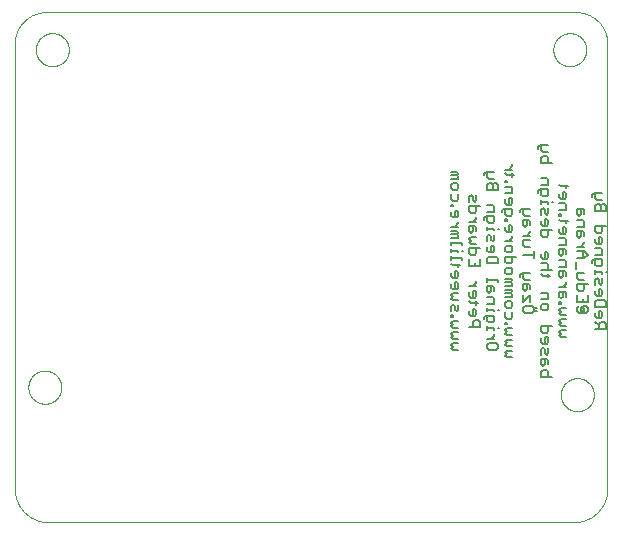
<source format=gbo>
G75*
%MOIN*%
%OFA0B0*%
%FSLAX25Y25*%
%IPPOS*%
%LPD*%
%AMOC8*
5,1,8,0,0,1.08239X$1,22.5*
%
%ADD10C,0.00600*%
%ADD11C,0.00000*%
D10*
X0146550Y0058981D02*
X0147117Y0058414D01*
X0148819Y0058414D01*
X0147117Y0059548D02*
X0146550Y0060115D01*
X0147117Y0060683D01*
X0148819Y0060683D01*
X0148819Y0062097D02*
X0147117Y0062097D01*
X0146550Y0062664D01*
X0147117Y0063231D01*
X0146550Y0063799D01*
X0147117Y0064366D01*
X0148819Y0064366D01*
X0148819Y0065780D02*
X0147117Y0065780D01*
X0146550Y0066347D01*
X0147117Y0066915D01*
X0146550Y0067482D01*
X0147117Y0068049D01*
X0148819Y0068049D01*
X0147117Y0069463D02*
X0147117Y0070031D01*
X0146550Y0070031D01*
X0146550Y0069463D01*
X0147117Y0069463D01*
X0146550Y0071305D02*
X0146550Y0073006D01*
X0147117Y0073574D01*
X0147684Y0073006D01*
X0147684Y0071872D01*
X0148251Y0071305D01*
X0148819Y0071872D01*
X0148819Y0073574D01*
X0148819Y0074988D02*
X0147117Y0074988D01*
X0146550Y0075555D01*
X0147117Y0076122D01*
X0146550Y0076690D01*
X0147117Y0077257D01*
X0148819Y0077257D01*
X0148251Y0078671D02*
X0148819Y0079238D01*
X0148819Y0080373D01*
X0148251Y0080940D01*
X0147684Y0080940D01*
X0147684Y0078671D01*
X0147117Y0078671D02*
X0148251Y0078671D01*
X0147117Y0078671D02*
X0146550Y0079238D01*
X0146550Y0080373D01*
X0147117Y0082354D02*
X0148251Y0082354D01*
X0148819Y0082922D01*
X0148819Y0084056D01*
X0148251Y0084623D01*
X0147684Y0084623D01*
X0147684Y0082354D01*
X0147117Y0082354D02*
X0146550Y0082922D01*
X0146550Y0084056D01*
X0148819Y0086038D02*
X0148819Y0087172D01*
X0149386Y0086605D02*
X0147117Y0086605D01*
X0146550Y0087172D01*
X0146550Y0088493D02*
X0146550Y0089627D01*
X0146550Y0089060D02*
X0149953Y0089060D01*
X0149953Y0088493D01*
X0148819Y0090948D02*
X0148819Y0091516D01*
X0146550Y0091516D01*
X0146550Y0092083D02*
X0146550Y0090948D01*
X0149953Y0091516D02*
X0150520Y0091516D01*
X0152550Y0092296D02*
X0152550Y0090595D01*
X0153117Y0090028D01*
X0154251Y0090028D01*
X0154819Y0090595D01*
X0154819Y0092296D01*
X0155953Y0092296D02*
X0152550Y0092296D01*
X0153117Y0093711D02*
X0152550Y0094278D01*
X0153117Y0094845D01*
X0152550Y0095412D01*
X0153117Y0095979D01*
X0154819Y0095979D01*
X0154819Y0097961D02*
X0154819Y0099095D01*
X0154251Y0099663D01*
X0152550Y0099663D01*
X0152550Y0097961D01*
X0153117Y0097394D01*
X0153684Y0097961D01*
X0153684Y0099663D01*
X0153684Y0101077D02*
X0154819Y0102211D01*
X0154819Y0102779D01*
X0154251Y0104146D02*
X0154819Y0104714D01*
X0154819Y0106415D01*
X0155953Y0106415D02*
X0152550Y0106415D01*
X0152550Y0104714D01*
X0153117Y0104146D01*
X0154251Y0104146D01*
X0154819Y0101077D02*
X0152550Y0101077D01*
X0148819Y0101244D02*
X0148819Y0100677D01*
X0147684Y0099542D01*
X0146550Y0099542D02*
X0148819Y0099542D01*
X0148251Y0098128D02*
X0146550Y0098128D01*
X0146550Y0096994D02*
X0148251Y0096994D01*
X0148819Y0097561D01*
X0148251Y0098128D01*
X0148251Y0096994D02*
X0148819Y0096426D01*
X0148819Y0095859D01*
X0146550Y0095859D01*
X0146550Y0094538D02*
X0146550Y0093404D01*
X0146550Y0093971D02*
X0149953Y0093971D01*
X0149953Y0093404D01*
X0153117Y0093711D02*
X0154819Y0093711D01*
X0158550Y0094632D02*
X0158550Y0096333D01*
X0159117Y0096900D01*
X0159684Y0096333D01*
X0159684Y0095199D01*
X0160251Y0094632D01*
X0160819Y0095199D01*
X0160819Y0096900D01*
X0160819Y0098315D02*
X0160819Y0098882D01*
X0158550Y0098882D01*
X0158550Y0098315D02*
X0158550Y0099449D01*
X0159117Y0100770D02*
X0158550Y0101337D01*
X0158550Y0103039D01*
X0157983Y0103039D02*
X0160819Y0103039D01*
X0160819Y0101337D01*
X0160251Y0100770D01*
X0159117Y0100770D01*
X0157416Y0101904D02*
X0157416Y0102472D01*
X0157983Y0103039D01*
X0158550Y0104453D02*
X0160819Y0104453D01*
X0160819Y0106155D01*
X0160251Y0106722D01*
X0158550Y0106722D01*
X0154819Y0108397D02*
X0154819Y0110098D01*
X0153684Y0109531D02*
X0153684Y0108397D01*
X0154251Y0107830D01*
X0154819Y0108397D01*
X0153684Y0109531D02*
X0153117Y0110098D01*
X0152550Y0109531D01*
X0152550Y0107830D01*
X0148819Y0108704D02*
X0148251Y0108136D01*
X0147117Y0108136D01*
X0146550Y0108704D01*
X0146550Y0110405D01*
X0147117Y0111820D02*
X0146550Y0112387D01*
X0146550Y0113521D01*
X0147117Y0114088D01*
X0148251Y0114088D01*
X0148819Y0113521D01*
X0148819Y0112387D01*
X0148251Y0111820D01*
X0147117Y0111820D01*
X0148819Y0110405D02*
X0148819Y0108704D01*
X0147117Y0106862D02*
X0146550Y0106862D01*
X0146550Y0106295D01*
X0147117Y0106295D01*
X0147117Y0106862D01*
X0147684Y0104880D02*
X0147684Y0102612D01*
X0147117Y0102612D02*
X0148251Y0102612D01*
X0148819Y0103179D01*
X0148819Y0104313D01*
X0148251Y0104880D01*
X0147684Y0104880D01*
X0146550Y0104313D02*
X0146550Y0103179D01*
X0147117Y0102612D01*
X0158550Y0111820D02*
X0158550Y0113521D01*
X0159117Y0114088D01*
X0159684Y0114088D01*
X0160251Y0113521D01*
X0160251Y0111820D01*
X0158550Y0111820D02*
X0161953Y0111820D01*
X0161953Y0113521D01*
X0161386Y0114088D01*
X0160819Y0114088D01*
X0160251Y0113521D01*
X0160819Y0115503D02*
X0159117Y0115503D01*
X0158550Y0116070D01*
X0158550Y0117771D01*
X0157983Y0117771D02*
X0157416Y0117204D01*
X0157416Y0116637D01*
X0157983Y0117771D02*
X0160819Y0117771D01*
X0164550Y0117251D02*
X0165117Y0116684D01*
X0167386Y0116684D01*
X0166819Y0116117D02*
X0166819Y0117251D01*
X0166819Y0118572D02*
X0164550Y0118572D01*
X0165684Y0118572D02*
X0166819Y0119706D01*
X0166819Y0120273D01*
X0165117Y0114842D02*
X0164550Y0114842D01*
X0164550Y0114275D01*
X0165117Y0114275D01*
X0165117Y0114842D01*
X0164550Y0112861D02*
X0166251Y0112861D01*
X0166819Y0112293D01*
X0166819Y0110592D01*
X0164550Y0110592D01*
X0165684Y0109177D02*
X0165684Y0106909D01*
X0165117Y0106909D02*
X0166251Y0106909D01*
X0166819Y0107476D01*
X0166819Y0108610D01*
X0166251Y0109177D01*
X0165684Y0109177D01*
X0164550Y0108610D02*
X0164550Y0107476D01*
X0165117Y0106909D01*
X0164550Y0105494D02*
X0164550Y0103793D01*
X0165117Y0103226D01*
X0166251Y0103226D01*
X0166819Y0103793D01*
X0166819Y0105494D01*
X0163983Y0105494D01*
X0163416Y0104927D01*
X0163416Y0104360D01*
X0164550Y0101951D02*
X0164550Y0101384D01*
X0165117Y0101384D01*
X0165117Y0101951D01*
X0164550Y0101951D01*
X0165684Y0099970D02*
X0165684Y0097701D01*
X0165117Y0097701D02*
X0166251Y0097701D01*
X0166819Y0098268D01*
X0166819Y0099402D01*
X0166251Y0099970D01*
X0165684Y0099970D01*
X0164550Y0099402D02*
X0164550Y0098268D01*
X0165117Y0097701D01*
X0166819Y0096333D02*
X0166819Y0095766D01*
X0165684Y0094632D01*
X0164550Y0094632D02*
X0166819Y0094632D01*
X0166251Y0093217D02*
X0166819Y0092650D01*
X0166819Y0091516D01*
X0166251Y0090948D01*
X0165117Y0090948D01*
X0164550Y0091516D01*
X0164550Y0092650D01*
X0165117Y0093217D01*
X0166251Y0093217D01*
X0166819Y0089534D02*
X0166819Y0087832D01*
X0166251Y0087265D01*
X0165117Y0087265D01*
X0164550Y0087832D01*
X0164550Y0089534D01*
X0167953Y0089534D01*
X0170550Y0090241D02*
X0173953Y0090241D01*
X0173953Y0089107D02*
X0173953Y0091376D01*
X0172819Y0092790D02*
X0171117Y0092790D01*
X0170550Y0093357D01*
X0170550Y0095059D01*
X0172819Y0095059D01*
X0172819Y0096473D02*
X0170550Y0096473D01*
X0171684Y0096473D02*
X0172819Y0097608D01*
X0172819Y0098175D01*
X0172819Y0100110D02*
X0172819Y0101244D01*
X0172251Y0101811D01*
X0170550Y0101811D01*
X0170550Y0100110D01*
X0171117Y0099542D01*
X0171684Y0100110D01*
X0171684Y0101811D01*
X0171117Y0103226D02*
X0170550Y0103793D01*
X0170550Y0105494D01*
X0169983Y0105494D02*
X0169416Y0104927D01*
X0169416Y0104360D01*
X0169983Y0105494D02*
X0172819Y0105494D01*
X0176550Y0105234D02*
X0177117Y0105801D01*
X0177684Y0105234D01*
X0177684Y0104100D01*
X0178251Y0103533D01*
X0178819Y0104100D01*
X0178819Y0105801D01*
X0178819Y0107216D02*
X0178819Y0107783D01*
X0176550Y0107783D01*
X0176550Y0107216D02*
X0176550Y0108350D01*
X0177117Y0109671D02*
X0176550Y0110238D01*
X0176550Y0111940D01*
X0175983Y0111940D02*
X0178819Y0111940D01*
X0178819Y0110238D01*
X0178251Y0109671D01*
X0177117Y0109671D01*
X0175416Y0110805D02*
X0175416Y0111373D01*
X0175983Y0111940D01*
X0176550Y0113354D02*
X0178819Y0113354D01*
X0178819Y0115056D01*
X0178251Y0115623D01*
X0176550Y0115623D01*
X0176550Y0120721D02*
X0176550Y0122422D01*
X0177117Y0122989D01*
X0178251Y0122989D01*
X0178819Y0122422D01*
X0178819Y0120721D01*
X0179953Y0120721D02*
X0176550Y0120721D01*
X0177117Y0124404D02*
X0176550Y0124971D01*
X0176550Y0126672D01*
X0175983Y0126672D02*
X0175416Y0126105D01*
X0175416Y0125538D01*
X0175983Y0126672D02*
X0178819Y0126672D01*
X0178819Y0124404D02*
X0177117Y0124404D01*
X0182550Y0113568D02*
X0183117Y0113001D01*
X0185386Y0113001D01*
X0184819Y0113568D02*
X0184819Y0112433D01*
X0184251Y0111019D02*
X0183684Y0111019D01*
X0183684Y0108750D01*
X0183117Y0108750D02*
X0184251Y0108750D01*
X0184819Y0109317D01*
X0184819Y0110452D01*
X0184251Y0111019D01*
X0182550Y0110452D02*
X0182550Y0109317D01*
X0183117Y0108750D01*
X0182550Y0107336D02*
X0184251Y0107336D01*
X0184819Y0106769D01*
X0184819Y0105067D01*
X0182550Y0105067D01*
X0182550Y0103793D02*
X0182550Y0103226D01*
X0183117Y0103226D01*
X0183117Y0103793D01*
X0182550Y0103793D01*
X0182550Y0101904D02*
X0183117Y0101337D01*
X0185386Y0101337D01*
X0184819Y0100770D02*
X0184819Y0101904D01*
X0184251Y0099356D02*
X0183684Y0099356D01*
X0183684Y0097087D01*
X0183117Y0097087D02*
X0184251Y0097087D01*
X0184819Y0097654D01*
X0184819Y0098788D01*
X0184251Y0099356D01*
X0182550Y0098788D02*
X0182550Y0097654D01*
X0183117Y0097087D01*
X0182550Y0095673D02*
X0184251Y0095673D01*
X0184819Y0095105D01*
X0184819Y0093404D01*
X0182550Y0093404D01*
X0182550Y0091989D02*
X0182550Y0090288D01*
X0183117Y0089721D01*
X0183684Y0090288D01*
X0183684Y0091989D01*
X0184251Y0091989D02*
X0182550Y0091989D01*
X0184251Y0091989D02*
X0184819Y0091422D01*
X0184819Y0090288D01*
X0184251Y0088306D02*
X0182550Y0088306D01*
X0184251Y0088306D02*
X0184819Y0087739D01*
X0184819Y0086038D01*
X0182550Y0086038D01*
X0182550Y0084623D02*
X0182550Y0082922D01*
X0183117Y0082354D01*
X0183684Y0082922D01*
X0183684Y0084623D01*
X0184251Y0084623D02*
X0182550Y0084623D01*
X0184251Y0084623D02*
X0184819Y0084056D01*
X0184819Y0082922D01*
X0184819Y0080987D02*
X0184819Y0080419D01*
X0183684Y0079285D01*
X0182550Y0079285D02*
X0184819Y0079285D01*
X0184251Y0077871D02*
X0184819Y0077303D01*
X0184819Y0076169D01*
X0183684Y0076169D02*
X0183117Y0075602D01*
X0182550Y0076169D01*
X0182550Y0077871D01*
X0184251Y0077871D01*
X0183684Y0077871D02*
X0183684Y0076169D01*
X0183117Y0074328D02*
X0182550Y0074328D01*
X0182550Y0073760D01*
X0183117Y0073760D01*
X0183117Y0074328D01*
X0183117Y0072346D02*
X0182550Y0071779D01*
X0183117Y0071212D01*
X0182550Y0070644D01*
X0183117Y0070077D01*
X0184819Y0070077D01*
X0184819Y0068663D02*
X0183117Y0068663D01*
X0182550Y0068096D01*
X0183117Y0067528D01*
X0182550Y0066961D01*
X0183117Y0066394D01*
X0184819Y0066394D01*
X0184819Y0064980D02*
X0183117Y0064980D01*
X0182550Y0064412D01*
X0183117Y0063845D01*
X0182550Y0063278D01*
X0183117Y0062711D01*
X0184819Y0062711D01*
X0178819Y0062264D02*
X0178819Y0061130D01*
X0178251Y0060563D01*
X0177117Y0060563D01*
X0176550Y0061130D01*
X0176550Y0062264D01*
X0177684Y0062831D02*
X0177684Y0060563D01*
X0177117Y0059148D02*
X0177684Y0058581D01*
X0177684Y0057447D01*
X0178251Y0056879D01*
X0178819Y0057447D01*
X0178819Y0059148D01*
X0177117Y0059148D02*
X0176550Y0058581D01*
X0176550Y0056879D01*
X0176550Y0055465D02*
X0176550Y0053763D01*
X0177117Y0053196D01*
X0177684Y0053763D01*
X0177684Y0055465D01*
X0178251Y0055465D02*
X0176550Y0055465D01*
X0178251Y0055465D02*
X0178819Y0054898D01*
X0178819Y0053763D01*
X0178251Y0051782D02*
X0178819Y0051215D01*
X0178819Y0049513D01*
X0179953Y0049513D02*
X0176550Y0049513D01*
X0176550Y0051215D01*
X0177117Y0051782D01*
X0178251Y0051782D01*
X0166819Y0055959D02*
X0165117Y0055959D01*
X0164550Y0056526D01*
X0165117Y0057093D01*
X0164550Y0057660D01*
X0165117Y0058227D01*
X0166819Y0058227D01*
X0166819Y0059642D02*
X0165117Y0059642D01*
X0164550Y0060209D01*
X0165117Y0060776D01*
X0164550Y0061343D01*
X0165117Y0061910D01*
X0166819Y0061910D01*
X0166819Y0063325D02*
X0165117Y0063325D01*
X0164550Y0063892D01*
X0165117Y0064459D01*
X0164550Y0065026D01*
X0165117Y0065593D01*
X0166819Y0065593D01*
X0165117Y0067008D02*
X0165117Y0067575D01*
X0164550Y0067575D01*
X0164550Y0067008D01*
X0165117Y0067008D01*
X0165117Y0068850D02*
X0164550Y0069417D01*
X0164550Y0071118D01*
X0165117Y0072533D02*
X0164550Y0073100D01*
X0164550Y0074234D01*
X0165117Y0074801D01*
X0166251Y0074801D01*
X0166819Y0074234D01*
X0166819Y0073100D01*
X0166251Y0072533D01*
X0165117Y0072533D01*
X0166819Y0071118D02*
X0166819Y0069417D01*
X0166251Y0068850D01*
X0165117Y0068850D01*
X0162520Y0071872D02*
X0161953Y0071872D01*
X0160819Y0071872D02*
X0158550Y0071872D01*
X0158550Y0071305D02*
X0158550Y0072439D01*
X0158550Y0073760D02*
X0160819Y0073760D01*
X0160819Y0075462D01*
X0160251Y0076029D01*
X0158550Y0076029D01*
X0159117Y0077444D02*
X0159684Y0078011D01*
X0159684Y0079712D01*
X0160251Y0079712D02*
X0158550Y0079712D01*
X0158550Y0078011D01*
X0159117Y0077444D01*
X0160819Y0078011D02*
X0160819Y0079145D01*
X0160251Y0079712D01*
X0158550Y0081127D02*
X0158550Y0082261D01*
X0158550Y0081694D02*
X0161953Y0081694D01*
X0161953Y0081127D01*
X0164550Y0081033D02*
X0166251Y0081033D01*
X0166819Y0081600D01*
X0166251Y0082168D01*
X0164550Y0082168D01*
X0165117Y0083582D02*
X0164550Y0084149D01*
X0164550Y0085284D01*
X0165117Y0085851D01*
X0166251Y0085851D01*
X0166819Y0085284D01*
X0166819Y0084149D01*
X0166251Y0083582D01*
X0165117Y0083582D01*
X0166251Y0081033D02*
X0166819Y0080466D01*
X0166819Y0079899D01*
X0164550Y0079899D01*
X0164550Y0078484D02*
X0166251Y0078484D01*
X0166819Y0077917D01*
X0166251Y0077350D01*
X0164550Y0077350D01*
X0164550Y0076216D02*
X0166819Y0076216D01*
X0166819Y0076783D01*
X0166251Y0077350D01*
X0170550Y0076643D02*
X0170550Y0074374D01*
X0172819Y0076643D01*
X0172819Y0074374D01*
X0173386Y0072960D02*
X0171117Y0072960D01*
X0170550Y0072393D01*
X0170550Y0071258D01*
X0171117Y0070691D01*
X0173386Y0070691D01*
X0173953Y0071258D01*
X0173953Y0072393D01*
X0173386Y0072960D01*
X0174520Y0072393D02*
X0175087Y0072393D01*
X0175087Y0071258D02*
X0174520Y0071258D01*
X0176550Y0072179D02*
X0176550Y0073313D01*
X0177117Y0073881D01*
X0178251Y0073881D01*
X0178819Y0073313D01*
X0178819Y0072179D01*
X0178251Y0071612D01*
X0177117Y0071612D01*
X0176550Y0072179D01*
X0176550Y0075295D02*
X0178819Y0075295D01*
X0178819Y0076997D01*
X0178251Y0077564D01*
X0176550Y0077564D01*
X0172819Y0078625D02*
X0172819Y0079759D01*
X0172251Y0080326D01*
X0170550Y0080326D01*
X0170550Y0078625D01*
X0171117Y0078057D01*
X0171684Y0078625D01*
X0171684Y0080326D01*
X0171117Y0081741D02*
X0170550Y0082308D01*
X0170550Y0084009D01*
X0169983Y0084009D02*
X0169416Y0083442D01*
X0169416Y0082875D01*
X0169983Y0084009D02*
X0172819Y0084009D01*
X0172819Y0081741D02*
X0171117Y0081741D01*
X0176550Y0083796D02*
X0177117Y0083229D01*
X0179386Y0083229D01*
X0178819Y0083796D02*
X0178819Y0082661D01*
X0178251Y0085117D02*
X0178819Y0085684D01*
X0178819Y0086818D01*
X0178251Y0087385D01*
X0176550Y0087385D01*
X0177117Y0088800D02*
X0176550Y0089367D01*
X0176550Y0090501D01*
X0177684Y0091069D02*
X0177684Y0088800D01*
X0177117Y0088800D02*
X0178251Y0088800D01*
X0178819Y0089367D01*
X0178819Y0090501D01*
X0178251Y0091069D01*
X0177684Y0091069D01*
X0177117Y0096166D02*
X0176550Y0096733D01*
X0176550Y0098435D01*
X0179953Y0098435D01*
X0178819Y0098435D02*
X0178819Y0096733D01*
X0178251Y0096166D01*
X0177117Y0096166D01*
X0177117Y0099849D02*
X0178251Y0099849D01*
X0178819Y0100417D01*
X0178819Y0101551D01*
X0178251Y0102118D01*
X0177684Y0102118D01*
X0177684Y0099849D01*
X0177117Y0099849D02*
X0176550Y0100417D01*
X0176550Y0101551D01*
X0176550Y0103533D02*
X0176550Y0105234D01*
X0172819Y0103226D02*
X0171117Y0103226D01*
X0179953Y0107783D02*
X0180520Y0107783D01*
X0188550Y0105494D02*
X0188550Y0103793D01*
X0189117Y0103226D01*
X0189684Y0103793D01*
X0189684Y0105494D01*
X0190251Y0105494D02*
X0188550Y0105494D01*
X0190251Y0105494D02*
X0190819Y0104927D01*
X0190819Y0103793D01*
X0194550Y0104760D02*
X0194550Y0106462D01*
X0195117Y0107029D01*
X0195684Y0107029D01*
X0196251Y0106462D01*
X0196251Y0104760D01*
X0194550Y0104760D02*
X0197953Y0104760D01*
X0197953Y0106462D01*
X0197386Y0107029D01*
X0196819Y0107029D01*
X0196251Y0106462D01*
X0196819Y0108443D02*
X0195117Y0108443D01*
X0194550Y0109011D01*
X0194550Y0110712D01*
X0193983Y0110712D02*
X0193416Y0110145D01*
X0193416Y0109578D01*
X0193983Y0110712D02*
X0196819Y0110712D01*
X0190251Y0101811D02*
X0188550Y0101811D01*
X0190251Y0101811D02*
X0190819Y0101244D01*
X0190819Y0099542D01*
X0188550Y0099542D01*
X0188550Y0098128D02*
X0188550Y0096426D01*
X0189117Y0095859D01*
X0189684Y0096426D01*
X0189684Y0098128D01*
X0190251Y0098128D02*
X0188550Y0098128D01*
X0190251Y0098128D02*
X0190819Y0097561D01*
X0190819Y0096426D01*
X0190819Y0094492D02*
X0190819Y0093924D01*
X0189684Y0092790D01*
X0188550Y0092790D02*
X0190819Y0092790D01*
X0190819Y0091376D02*
X0188550Y0091376D01*
X0190251Y0091376D02*
X0190251Y0089107D01*
X0190819Y0089107D02*
X0191953Y0090241D01*
X0190819Y0091376D01*
X0190819Y0089107D02*
X0188550Y0089107D01*
X0187983Y0087692D02*
X0187983Y0085424D01*
X0188550Y0084009D02*
X0190819Y0084009D01*
X0190819Y0081741D02*
X0189117Y0081741D01*
X0188550Y0082308D01*
X0188550Y0084009D01*
X0188550Y0080326D02*
X0188550Y0078625D01*
X0189117Y0078057D01*
X0190251Y0078057D01*
X0190819Y0078625D01*
X0190819Y0080326D01*
X0191953Y0080326D02*
X0188550Y0080326D01*
X0188550Y0076643D02*
X0188550Y0074374D01*
X0191953Y0074374D01*
X0191953Y0076643D01*
X0190251Y0075509D02*
X0190251Y0074374D01*
X0190251Y0072960D02*
X0189684Y0072393D01*
X0190819Y0072393D01*
X0190819Y0071258D01*
X0189684Y0071258D01*
X0189684Y0072393D01*
X0189117Y0072960D02*
X0188550Y0072393D01*
X0188550Y0071258D01*
X0189117Y0070691D01*
X0191386Y0070691D01*
X0191953Y0071258D01*
X0191953Y0072393D01*
X0191386Y0072960D01*
X0190251Y0072960D01*
X0194550Y0072840D02*
X0194550Y0074541D01*
X0195117Y0075108D01*
X0197386Y0075108D01*
X0197953Y0074541D01*
X0197953Y0072840D01*
X0194550Y0072840D01*
X0195684Y0071425D02*
X0195684Y0069157D01*
X0195117Y0069157D02*
X0196251Y0069157D01*
X0196819Y0069724D01*
X0196819Y0070858D01*
X0196251Y0071425D01*
X0195684Y0071425D01*
X0194550Y0070858D02*
X0194550Y0069724D01*
X0195117Y0069157D01*
X0194550Y0067742D02*
X0195684Y0066608D01*
X0195684Y0067175D02*
X0195684Y0065473D01*
X0194550Y0065473D02*
X0197953Y0065473D01*
X0197953Y0067175D01*
X0197386Y0067742D01*
X0196251Y0067742D01*
X0195684Y0067175D01*
X0184819Y0072346D02*
X0183117Y0072346D01*
X0179953Y0066514D02*
X0176550Y0066514D01*
X0176550Y0064813D01*
X0177117Y0064246D01*
X0178251Y0064246D01*
X0178819Y0064813D01*
X0178819Y0066514D01*
X0178251Y0062831D02*
X0177684Y0062831D01*
X0178251Y0062831D02*
X0178819Y0062264D01*
X0194550Y0077090D02*
X0195117Y0076523D01*
X0196251Y0076523D01*
X0196819Y0077090D01*
X0196819Y0078224D01*
X0196251Y0078791D01*
X0195684Y0078791D01*
X0195684Y0076523D01*
X0194550Y0077090D02*
X0194550Y0078224D01*
X0194550Y0080206D02*
X0194550Y0081907D01*
X0195117Y0082475D01*
X0195684Y0081907D01*
X0195684Y0080773D01*
X0196251Y0080206D01*
X0196819Y0080773D01*
X0196819Y0082475D01*
X0196819Y0083889D02*
X0196819Y0084456D01*
X0194550Y0084456D01*
X0194550Y0083889D02*
X0194550Y0085023D01*
X0195117Y0086345D02*
X0194550Y0086912D01*
X0194550Y0088613D01*
X0193983Y0088613D02*
X0196819Y0088613D01*
X0196819Y0086912D01*
X0196251Y0086345D01*
X0195117Y0086345D01*
X0193416Y0087479D02*
X0193416Y0088046D01*
X0193983Y0088613D01*
X0194550Y0090028D02*
X0196819Y0090028D01*
X0196819Y0091729D01*
X0196251Y0092296D01*
X0194550Y0092296D01*
X0195117Y0093711D02*
X0194550Y0094278D01*
X0194550Y0095412D01*
X0195684Y0095979D02*
X0195684Y0093711D01*
X0195117Y0093711D02*
X0196251Y0093711D01*
X0196819Y0094278D01*
X0196819Y0095412D01*
X0196251Y0095979D01*
X0195684Y0095979D01*
X0195117Y0097394D02*
X0194550Y0097961D01*
X0194550Y0099663D01*
X0197953Y0099663D01*
X0196819Y0099663D02*
X0196819Y0097961D01*
X0196251Y0097394D01*
X0195117Y0097394D01*
X0197953Y0084456D02*
X0198520Y0084456D01*
X0179953Y0085117D02*
X0176550Y0085117D01*
X0161953Y0087265D02*
X0161953Y0088967D01*
X0161386Y0089534D01*
X0159117Y0089534D01*
X0158550Y0088967D01*
X0158550Y0087265D01*
X0161953Y0087265D01*
X0160251Y0090948D02*
X0160819Y0091516D01*
X0160819Y0092650D01*
X0160251Y0093217D01*
X0159684Y0093217D01*
X0159684Y0090948D01*
X0159117Y0090948D02*
X0160251Y0090948D01*
X0159117Y0090948D02*
X0158550Y0091516D01*
X0158550Y0092650D01*
X0155953Y0088613D02*
X0155953Y0086345D01*
X0152550Y0086345D01*
X0152550Y0088613D01*
X0154251Y0087479D02*
X0154251Y0086345D01*
X0154819Y0081294D02*
X0154819Y0080726D01*
X0153684Y0079592D01*
X0152550Y0079592D02*
X0154819Y0079592D01*
X0154251Y0078178D02*
X0153684Y0078178D01*
X0153684Y0075909D01*
X0153117Y0075909D02*
X0154251Y0075909D01*
X0154819Y0076476D01*
X0154819Y0077610D01*
X0154251Y0078178D01*
X0152550Y0077610D02*
X0152550Y0076476D01*
X0153117Y0075909D01*
X0152550Y0074588D02*
X0153117Y0074021D01*
X0155386Y0074021D01*
X0154819Y0073454D02*
X0154819Y0074588D01*
X0154251Y0072039D02*
X0153684Y0072039D01*
X0153684Y0069770D01*
X0153117Y0069770D02*
X0154251Y0069770D01*
X0154819Y0070338D01*
X0154819Y0071472D01*
X0154251Y0072039D01*
X0152550Y0071472D02*
X0152550Y0070338D01*
X0153117Y0069770D01*
X0154251Y0068356D02*
X0153684Y0067789D01*
X0153684Y0066087D01*
X0152550Y0066087D02*
X0155953Y0066087D01*
X0155953Y0067789D01*
X0155386Y0068356D01*
X0154251Y0068356D01*
X0157416Y0068756D02*
X0157416Y0069323D01*
X0157983Y0069890D01*
X0160819Y0069890D01*
X0160819Y0068189D01*
X0160251Y0067622D01*
X0159117Y0067622D01*
X0158550Y0068189D01*
X0158550Y0069890D01*
X0160819Y0071305D02*
X0160819Y0071872D01*
X0158550Y0066301D02*
X0158550Y0065166D01*
X0158550Y0065734D02*
X0160819Y0065734D01*
X0160819Y0065166D01*
X0161953Y0065734D02*
X0162520Y0065734D01*
X0160819Y0063799D02*
X0160819Y0063231D01*
X0159684Y0062097D01*
X0158550Y0062097D02*
X0160819Y0062097D01*
X0161386Y0060683D02*
X0161953Y0060115D01*
X0161953Y0058981D01*
X0161386Y0058414D01*
X0159117Y0058414D01*
X0158550Y0058981D01*
X0158550Y0060115D01*
X0159117Y0060683D01*
X0161386Y0060683D01*
X0147117Y0059548D02*
X0146550Y0058981D01*
X0161953Y0098882D02*
X0162520Y0098882D01*
X0148819Y0115503D02*
X0146550Y0115503D01*
X0146550Y0116637D02*
X0148251Y0116637D01*
X0148819Y0117204D01*
X0148251Y0117771D01*
X0146550Y0117771D01*
X0148251Y0116637D02*
X0148819Y0116070D01*
X0148819Y0115503D01*
D11*
X0187320Y0001000D02*
X0012180Y0001000D01*
X0011910Y0001003D01*
X0011640Y0001013D01*
X0011370Y0001029D01*
X0011101Y0001052D01*
X0010832Y0001082D01*
X0010565Y0001117D01*
X0010298Y0001160D01*
X0010032Y0001208D01*
X0009768Y0001263D01*
X0009504Y0001325D01*
X0009243Y0001393D01*
X0008983Y0001467D01*
X0008725Y0001547D01*
X0008469Y0001634D01*
X0008216Y0001727D01*
X0007964Y0001825D01*
X0007715Y0001930D01*
X0007469Y0002041D01*
X0007225Y0002158D01*
X0006984Y0002281D01*
X0006747Y0002409D01*
X0006512Y0002543D01*
X0006281Y0002683D01*
X0006053Y0002828D01*
X0005829Y0002979D01*
X0005609Y0003135D01*
X0005392Y0003297D01*
X0005179Y0003463D01*
X0004971Y0003635D01*
X0004766Y0003812D01*
X0004566Y0003993D01*
X0004371Y0004180D01*
X0004180Y0004371D01*
X0003993Y0004566D01*
X0003812Y0004766D01*
X0003635Y0004971D01*
X0003463Y0005179D01*
X0003297Y0005392D01*
X0003135Y0005609D01*
X0002979Y0005829D01*
X0002828Y0006053D01*
X0002683Y0006281D01*
X0002543Y0006512D01*
X0002409Y0006747D01*
X0002281Y0006984D01*
X0002158Y0007225D01*
X0002041Y0007469D01*
X0001930Y0007715D01*
X0001825Y0007964D01*
X0001727Y0008216D01*
X0001634Y0008469D01*
X0001547Y0008725D01*
X0001467Y0008983D01*
X0001393Y0009243D01*
X0001325Y0009504D01*
X0001263Y0009768D01*
X0001208Y0010032D01*
X0001160Y0010298D01*
X0001117Y0010565D01*
X0001082Y0010832D01*
X0001052Y0011101D01*
X0001029Y0011370D01*
X0001013Y0011640D01*
X0001003Y0011910D01*
X0001000Y0012180D01*
X0001000Y0160692D01*
X0001003Y0160941D01*
X0001012Y0161190D01*
X0001027Y0161439D01*
X0001048Y0161687D01*
X0001075Y0161934D01*
X0001108Y0162181D01*
X0001147Y0162427D01*
X0001192Y0162672D01*
X0001243Y0162916D01*
X0001300Y0163159D01*
X0001362Y0163400D01*
X0001430Y0163640D01*
X0001505Y0163877D01*
X0001584Y0164113D01*
X0001670Y0164347D01*
X0001761Y0164579D01*
X0001858Y0164809D01*
X0001960Y0165036D01*
X0002068Y0165260D01*
X0002181Y0165482D01*
X0002299Y0165702D01*
X0002423Y0165918D01*
X0002552Y0166131D01*
X0002686Y0166341D01*
X0002825Y0166548D01*
X0002969Y0166751D01*
X0003117Y0166951D01*
X0003271Y0167147D01*
X0003429Y0167339D01*
X0003592Y0167527D01*
X0003760Y0167712D01*
X0003932Y0167892D01*
X0004108Y0168068D01*
X0004288Y0168240D01*
X0004473Y0168408D01*
X0004661Y0168571D01*
X0004853Y0168729D01*
X0005049Y0168883D01*
X0005249Y0169031D01*
X0005452Y0169175D01*
X0005659Y0169314D01*
X0005869Y0169448D01*
X0006082Y0169577D01*
X0006298Y0169701D01*
X0006518Y0169819D01*
X0006740Y0169932D01*
X0006964Y0170040D01*
X0007191Y0170142D01*
X0007421Y0170239D01*
X0007653Y0170330D01*
X0007887Y0170416D01*
X0008123Y0170495D01*
X0008360Y0170570D01*
X0008600Y0170638D01*
X0008841Y0170700D01*
X0009084Y0170757D01*
X0009328Y0170808D01*
X0009573Y0170853D01*
X0009819Y0170892D01*
X0010066Y0170925D01*
X0010313Y0170952D01*
X0010561Y0170973D01*
X0010810Y0170988D01*
X0011059Y0170997D01*
X0011308Y0171000D01*
X0188192Y0171000D01*
X0188441Y0170997D01*
X0188690Y0170988D01*
X0188939Y0170973D01*
X0189187Y0170952D01*
X0189434Y0170925D01*
X0189681Y0170892D01*
X0189927Y0170853D01*
X0190172Y0170808D01*
X0190416Y0170757D01*
X0190659Y0170700D01*
X0190900Y0170638D01*
X0191140Y0170570D01*
X0191377Y0170495D01*
X0191613Y0170416D01*
X0191847Y0170330D01*
X0192079Y0170239D01*
X0192309Y0170142D01*
X0192536Y0170040D01*
X0192760Y0169932D01*
X0192982Y0169819D01*
X0193202Y0169701D01*
X0193418Y0169577D01*
X0193631Y0169448D01*
X0193841Y0169314D01*
X0194048Y0169175D01*
X0194251Y0169031D01*
X0194451Y0168883D01*
X0194647Y0168729D01*
X0194839Y0168571D01*
X0195027Y0168408D01*
X0195212Y0168240D01*
X0195392Y0168068D01*
X0195568Y0167892D01*
X0195740Y0167712D01*
X0195908Y0167527D01*
X0196071Y0167339D01*
X0196229Y0167147D01*
X0196383Y0166951D01*
X0196531Y0166751D01*
X0196675Y0166548D01*
X0196814Y0166341D01*
X0196948Y0166131D01*
X0197077Y0165918D01*
X0197201Y0165702D01*
X0197319Y0165482D01*
X0197432Y0165260D01*
X0197540Y0165036D01*
X0197642Y0164809D01*
X0197739Y0164579D01*
X0197830Y0164347D01*
X0197916Y0164113D01*
X0197995Y0163877D01*
X0198070Y0163640D01*
X0198138Y0163400D01*
X0198200Y0163159D01*
X0198257Y0162916D01*
X0198308Y0162672D01*
X0198353Y0162427D01*
X0198392Y0162181D01*
X0198425Y0161934D01*
X0198452Y0161687D01*
X0198473Y0161439D01*
X0198488Y0161190D01*
X0198497Y0160941D01*
X0198500Y0160692D01*
X0198500Y0012180D01*
X0198497Y0011910D01*
X0198487Y0011640D01*
X0198471Y0011370D01*
X0198448Y0011101D01*
X0198418Y0010832D01*
X0198383Y0010565D01*
X0198340Y0010298D01*
X0198292Y0010032D01*
X0198237Y0009768D01*
X0198175Y0009504D01*
X0198107Y0009243D01*
X0198033Y0008983D01*
X0197953Y0008725D01*
X0197866Y0008469D01*
X0197773Y0008216D01*
X0197675Y0007964D01*
X0197570Y0007715D01*
X0197459Y0007469D01*
X0197342Y0007225D01*
X0197219Y0006984D01*
X0197091Y0006747D01*
X0196957Y0006512D01*
X0196817Y0006281D01*
X0196672Y0006053D01*
X0196521Y0005829D01*
X0196365Y0005609D01*
X0196203Y0005392D01*
X0196037Y0005179D01*
X0195865Y0004971D01*
X0195688Y0004766D01*
X0195507Y0004566D01*
X0195320Y0004371D01*
X0195129Y0004180D01*
X0194934Y0003993D01*
X0194734Y0003812D01*
X0194529Y0003635D01*
X0194321Y0003463D01*
X0194108Y0003297D01*
X0193891Y0003135D01*
X0193671Y0002979D01*
X0193447Y0002828D01*
X0193219Y0002683D01*
X0192988Y0002543D01*
X0192753Y0002409D01*
X0192516Y0002281D01*
X0192275Y0002158D01*
X0192031Y0002041D01*
X0191785Y0001930D01*
X0191536Y0001825D01*
X0191284Y0001727D01*
X0191031Y0001634D01*
X0190775Y0001547D01*
X0190517Y0001467D01*
X0190257Y0001393D01*
X0189996Y0001325D01*
X0189732Y0001263D01*
X0189468Y0001208D01*
X0189202Y0001160D01*
X0188935Y0001117D01*
X0188668Y0001082D01*
X0188399Y0001052D01*
X0188130Y0001029D01*
X0187860Y0001013D01*
X0187590Y0001003D01*
X0187320Y0001000D01*
X0182988Y0043500D02*
X0182990Y0043648D01*
X0182996Y0043796D01*
X0183006Y0043944D01*
X0183020Y0044091D01*
X0183038Y0044238D01*
X0183059Y0044384D01*
X0183085Y0044530D01*
X0183115Y0044675D01*
X0183148Y0044819D01*
X0183186Y0044962D01*
X0183227Y0045104D01*
X0183272Y0045245D01*
X0183320Y0045385D01*
X0183373Y0045524D01*
X0183429Y0045661D01*
X0183489Y0045796D01*
X0183552Y0045930D01*
X0183619Y0046062D01*
X0183690Y0046192D01*
X0183764Y0046320D01*
X0183841Y0046446D01*
X0183922Y0046570D01*
X0184006Y0046692D01*
X0184093Y0046811D01*
X0184184Y0046928D01*
X0184278Y0047043D01*
X0184374Y0047155D01*
X0184474Y0047265D01*
X0184576Y0047371D01*
X0184682Y0047475D01*
X0184790Y0047576D01*
X0184901Y0047674D01*
X0185014Y0047770D01*
X0185130Y0047862D01*
X0185248Y0047951D01*
X0185369Y0048036D01*
X0185492Y0048119D01*
X0185617Y0048198D01*
X0185744Y0048274D01*
X0185873Y0048346D01*
X0186004Y0048415D01*
X0186137Y0048480D01*
X0186272Y0048541D01*
X0186408Y0048599D01*
X0186545Y0048654D01*
X0186684Y0048704D01*
X0186825Y0048751D01*
X0186966Y0048794D01*
X0187109Y0048834D01*
X0187253Y0048869D01*
X0187397Y0048901D01*
X0187543Y0048928D01*
X0187689Y0048952D01*
X0187836Y0048972D01*
X0187983Y0048988D01*
X0188130Y0049000D01*
X0188278Y0049008D01*
X0188426Y0049012D01*
X0188574Y0049012D01*
X0188722Y0049008D01*
X0188870Y0049000D01*
X0189017Y0048988D01*
X0189164Y0048972D01*
X0189311Y0048952D01*
X0189457Y0048928D01*
X0189603Y0048901D01*
X0189747Y0048869D01*
X0189891Y0048834D01*
X0190034Y0048794D01*
X0190175Y0048751D01*
X0190316Y0048704D01*
X0190455Y0048654D01*
X0190592Y0048599D01*
X0190728Y0048541D01*
X0190863Y0048480D01*
X0190996Y0048415D01*
X0191127Y0048346D01*
X0191256Y0048274D01*
X0191383Y0048198D01*
X0191508Y0048119D01*
X0191631Y0048036D01*
X0191752Y0047951D01*
X0191870Y0047862D01*
X0191986Y0047770D01*
X0192099Y0047674D01*
X0192210Y0047576D01*
X0192318Y0047475D01*
X0192424Y0047371D01*
X0192526Y0047265D01*
X0192626Y0047155D01*
X0192722Y0047043D01*
X0192816Y0046928D01*
X0192907Y0046811D01*
X0192994Y0046692D01*
X0193078Y0046570D01*
X0193159Y0046446D01*
X0193236Y0046320D01*
X0193310Y0046192D01*
X0193381Y0046062D01*
X0193448Y0045930D01*
X0193511Y0045796D01*
X0193571Y0045661D01*
X0193627Y0045524D01*
X0193680Y0045385D01*
X0193728Y0045245D01*
X0193773Y0045104D01*
X0193814Y0044962D01*
X0193852Y0044819D01*
X0193885Y0044675D01*
X0193915Y0044530D01*
X0193941Y0044384D01*
X0193962Y0044238D01*
X0193980Y0044091D01*
X0193994Y0043944D01*
X0194004Y0043796D01*
X0194010Y0043648D01*
X0194012Y0043500D01*
X0194010Y0043352D01*
X0194004Y0043204D01*
X0193994Y0043056D01*
X0193980Y0042909D01*
X0193962Y0042762D01*
X0193941Y0042616D01*
X0193915Y0042470D01*
X0193885Y0042325D01*
X0193852Y0042181D01*
X0193814Y0042038D01*
X0193773Y0041896D01*
X0193728Y0041755D01*
X0193680Y0041615D01*
X0193627Y0041476D01*
X0193571Y0041339D01*
X0193511Y0041204D01*
X0193448Y0041070D01*
X0193381Y0040938D01*
X0193310Y0040808D01*
X0193236Y0040680D01*
X0193159Y0040554D01*
X0193078Y0040430D01*
X0192994Y0040308D01*
X0192907Y0040189D01*
X0192816Y0040072D01*
X0192722Y0039957D01*
X0192626Y0039845D01*
X0192526Y0039735D01*
X0192424Y0039629D01*
X0192318Y0039525D01*
X0192210Y0039424D01*
X0192099Y0039326D01*
X0191986Y0039230D01*
X0191870Y0039138D01*
X0191752Y0039049D01*
X0191631Y0038964D01*
X0191508Y0038881D01*
X0191383Y0038802D01*
X0191256Y0038726D01*
X0191127Y0038654D01*
X0190996Y0038585D01*
X0190863Y0038520D01*
X0190728Y0038459D01*
X0190592Y0038401D01*
X0190455Y0038346D01*
X0190316Y0038296D01*
X0190175Y0038249D01*
X0190034Y0038206D01*
X0189891Y0038166D01*
X0189747Y0038131D01*
X0189603Y0038099D01*
X0189457Y0038072D01*
X0189311Y0038048D01*
X0189164Y0038028D01*
X0189017Y0038012D01*
X0188870Y0038000D01*
X0188722Y0037992D01*
X0188574Y0037988D01*
X0188426Y0037988D01*
X0188278Y0037992D01*
X0188130Y0038000D01*
X0187983Y0038012D01*
X0187836Y0038028D01*
X0187689Y0038048D01*
X0187543Y0038072D01*
X0187397Y0038099D01*
X0187253Y0038131D01*
X0187109Y0038166D01*
X0186966Y0038206D01*
X0186825Y0038249D01*
X0186684Y0038296D01*
X0186545Y0038346D01*
X0186408Y0038401D01*
X0186272Y0038459D01*
X0186137Y0038520D01*
X0186004Y0038585D01*
X0185873Y0038654D01*
X0185744Y0038726D01*
X0185617Y0038802D01*
X0185492Y0038881D01*
X0185369Y0038964D01*
X0185248Y0039049D01*
X0185130Y0039138D01*
X0185014Y0039230D01*
X0184901Y0039326D01*
X0184790Y0039424D01*
X0184682Y0039525D01*
X0184576Y0039629D01*
X0184474Y0039735D01*
X0184374Y0039845D01*
X0184278Y0039957D01*
X0184184Y0040072D01*
X0184093Y0040189D01*
X0184006Y0040308D01*
X0183922Y0040430D01*
X0183841Y0040554D01*
X0183764Y0040680D01*
X0183690Y0040808D01*
X0183619Y0040938D01*
X0183552Y0041070D01*
X0183489Y0041204D01*
X0183429Y0041339D01*
X0183373Y0041476D01*
X0183320Y0041615D01*
X0183272Y0041755D01*
X0183227Y0041896D01*
X0183186Y0042038D01*
X0183148Y0042181D01*
X0183115Y0042325D01*
X0183085Y0042470D01*
X0183059Y0042616D01*
X0183038Y0042762D01*
X0183020Y0042909D01*
X0183006Y0043056D01*
X0182996Y0043204D01*
X0182990Y0043352D01*
X0182988Y0043500D01*
X0180488Y0158500D02*
X0180490Y0158648D01*
X0180496Y0158796D01*
X0180506Y0158944D01*
X0180520Y0159091D01*
X0180538Y0159238D01*
X0180559Y0159384D01*
X0180585Y0159530D01*
X0180615Y0159675D01*
X0180648Y0159819D01*
X0180686Y0159962D01*
X0180727Y0160104D01*
X0180772Y0160245D01*
X0180820Y0160385D01*
X0180873Y0160524D01*
X0180929Y0160661D01*
X0180989Y0160796D01*
X0181052Y0160930D01*
X0181119Y0161062D01*
X0181190Y0161192D01*
X0181264Y0161320D01*
X0181341Y0161446D01*
X0181422Y0161570D01*
X0181506Y0161692D01*
X0181593Y0161811D01*
X0181684Y0161928D01*
X0181778Y0162043D01*
X0181874Y0162155D01*
X0181974Y0162265D01*
X0182076Y0162371D01*
X0182182Y0162475D01*
X0182290Y0162576D01*
X0182401Y0162674D01*
X0182514Y0162770D01*
X0182630Y0162862D01*
X0182748Y0162951D01*
X0182869Y0163036D01*
X0182992Y0163119D01*
X0183117Y0163198D01*
X0183244Y0163274D01*
X0183373Y0163346D01*
X0183504Y0163415D01*
X0183637Y0163480D01*
X0183772Y0163541D01*
X0183908Y0163599D01*
X0184045Y0163654D01*
X0184184Y0163704D01*
X0184325Y0163751D01*
X0184466Y0163794D01*
X0184609Y0163834D01*
X0184753Y0163869D01*
X0184897Y0163901D01*
X0185043Y0163928D01*
X0185189Y0163952D01*
X0185336Y0163972D01*
X0185483Y0163988D01*
X0185630Y0164000D01*
X0185778Y0164008D01*
X0185926Y0164012D01*
X0186074Y0164012D01*
X0186222Y0164008D01*
X0186370Y0164000D01*
X0186517Y0163988D01*
X0186664Y0163972D01*
X0186811Y0163952D01*
X0186957Y0163928D01*
X0187103Y0163901D01*
X0187247Y0163869D01*
X0187391Y0163834D01*
X0187534Y0163794D01*
X0187675Y0163751D01*
X0187816Y0163704D01*
X0187955Y0163654D01*
X0188092Y0163599D01*
X0188228Y0163541D01*
X0188363Y0163480D01*
X0188496Y0163415D01*
X0188627Y0163346D01*
X0188756Y0163274D01*
X0188883Y0163198D01*
X0189008Y0163119D01*
X0189131Y0163036D01*
X0189252Y0162951D01*
X0189370Y0162862D01*
X0189486Y0162770D01*
X0189599Y0162674D01*
X0189710Y0162576D01*
X0189818Y0162475D01*
X0189924Y0162371D01*
X0190026Y0162265D01*
X0190126Y0162155D01*
X0190222Y0162043D01*
X0190316Y0161928D01*
X0190407Y0161811D01*
X0190494Y0161692D01*
X0190578Y0161570D01*
X0190659Y0161446D01*
X0190736Y0161320D01*
X0190810Y0161192D01*
X0190881Y0161062D01*
X0190948Y0160930D01*
X0191011Y0160796D01*
X0191071Y0160661D01*
X0191127Y0160524D01*
X0191180Y0160385D01*
X0191228Y0160245D01*
X0191273Y0160104D01*
X0191314Y0159962D01*
X0191352Y0159819D01*
X0191385Y0159675D01*
X0191415Y0159530D01*
X0191441Y0159384D01*
X0191462Y0159238D01*
X0191480Y0159091D01*
X0191494Y0158944D01*
X0191504Y0158796D01*
X0191510Y0158648D01*
X0191512Y0158500D01*
X0191510Y0158352D01*
X0191504Y0158204D01*
X0191494Y0158056D01*
X0191480Y0157909D01*
X0191462Y0157762D01*
X0191441Y0157616D01*
X0191415Y0157470D01*
X0191385Y0157325D01*
X0191352Y0157181D01*
X0191314Y0157038D01*
X0191273Y0156896D01*
X0191228Y0156755D01*
X0191180Y0156615D01*
X0191127Y0156476D01*
X0191071Y0156339D01*
X0191011Y0156204D01*
X0190948Y0156070D01*
X0190881Y0155938D01*
X0190810Y0155808D01*
X0190736Y0155680D01*
X0190659Y0155554D01*
X0190578Y0155430D01*
X0190494Y0155308D01*
X0190407Y0155189D01*
X0190316Y0155072D01*
X0190222Y0154957D01*
X0190126Y0154845D01*
X0190026Y0154735D01*
X0189924Y0154629D01*
X0189818Y0154525D01*
X0189710Y0154424D01*
X0189599Y0154326D01*
X0189486Y0154230D01*
X0189370Y0154138D01*
X0189252Y0154049D01*
X0189131Y0153964D01*
X0189008Y0153881D01*
X0188883Y0153802D01*
X0188756Y0153726D01*
X0188627Y0153654D01*
X0188496Y0153585D01*
X0188363Y0153520D01*
X0188228Y0153459D01*
X0188092Y0153401D01*
X0187955Y0153346D01*
X0187816Y0153296D01*
X0187675Y0153249D01*
X0187534Y0153206D01*
X0187391Y0153166D01*
X0187247Y0153131D01*
X0187103Y0153099D01*
X0186957Y0153072D01*
X0186811Y0153048D01*
X0186664Y0153028D01*
X0186517Y0153012D01*
X0186370Y0153000D01*
X0186222Y0152992D01*
X0186074Y0152988D01*
X0185926Y0152988D01*
X0185778Y0152992D01*
X0185630Y0153000D01*
X0185483Y0153012D01*
X0185336Y0153028D01*
X0185189Y0153048D01*
X0185043Y0153072D01*
X0184897Y0153099D01*
X0184753Y0153131D01*
X0184609Y0153166D01*
X0184466Y0153206D01*
X0184325Y0153249D01*
X0184184Y0153296D01*
X0184045Y0153346D01*
X0183908Y0153401D01*
X0183772Y0153459D01*
X0183637Y0153520D01*
X0183504Y0153585D01*
X0183373Y0153654D01*
X0183244Y0153726D01*
X0183117Y0153802D01*
X0182992Y0153881D01*
X0182869Y0153964D01*
X0182748Y0154049D01*
X0182630Y0154138D01*
X0182514Y0154230D01*
X0182401Y0154326D01*
X0182290Y0154424D01*
X0182182Y0154525D01*
X0182076Y0154629D01*
X0181974Y0154735D01*
X0181874Y0154845D01*
X0181778Y0154957D01*
X0181684Y0155072D01*
X0181593Y0155189D01*
X0181506Y0155308D01*
X0181422Y0155430D01*
X0181341Y0155554D01*
X0181264Y0155680D01*
X0181190Y0155808D01*
X0181119Y0155938D01*
X0181052Y0156070D01*
X0180989Y0156204D01*
X0180929Y0156339D01*
X0180873Y0156476D01*
X0180820Y0156615D01*
X0180772Y0156755D01*
X0180727Y0156896D01*
X0180686Y0157038D01*
X0180648Y0157181D01*
X0180615Y0157325D01*
X0180585Y0157470D01*
X0180559Y0157616D01*
X0180538Y0157762D01*
X0180520Y0157909D01*
X0180506Y0158056D01*
X0180496Y0158204D01*
X0180490Y0158352D01*
X0180488Y0158500D01*
X0007988Y0158500D02*
X0007990Y0158648D01*
X0007996Y0158796D01*
X0008006Y0158944D01*
X0008020Y0159091D01*
X0008038Y0159238D01*
X0008059Y0159384D01*
X0008085Y0159530D01*
X0008115Y0159675D01*
X0008148Y0159819D01*
X0008186Y0159962D01*
X0008227Y0160104D01*
X0008272Y0160245D01*
X0008320Y0160385D01*
X0008373Y0160524D01*
X0008429Y0160661D01*
X0008489Y0160796D01*
X0008552Y0160930D01*
X0008619Y0161062D01*
X0008690Y0161192D01*
X0008764Y0161320D01*
X0008841Y0161446D01*
X0008922Y0161570D01*
X0009006Y0161692D01*
X0009093Y0161811D01*
X0009184Y0161928D01*
X0009278Y0162043D01*
X0009374Y0162155D01*
X0009474Y0162265D01*
X0009576Y0162371D01*
X0009682Y0162475D01*
X0009790Y0162576D01*
X0009901Y0162674D01*
X0010014Y0162770D01*
X0010130Y0162862D01*
X0010248Y0162951D01*
X0010369Y0163036D01*
X0010492Y0163119D01*
X0010617Y0163198D01*
X0010744Y0163274D01*
X0010873Y0163346D01*
X0011004Y0163415D01*
X0011137Y0163480D01*
X0011272Y0163541D01*
X0011408Y0163599D01*
X0011545Y0163654D01*
X0011684Y0163704D01*
X0011825Y0163751D01*
X0011966Y0163794D01*
X0012109Y0163834D01*
X0012253Y0163869D01*
X0012397Y0163901D01*
X0012543Y0163928D01*
X0012689Y0163952D01*
X0012836Y0163972D01*
X0012983Y0163988D01*
X0013130Y0164000D01*
X0013278Y0164008D01*
X0013426Y0164012D01*
X0013574Y0164012D01*
X0013722Y0164008D01*
X0013870Y0164000D01*
X0014017Y0163988D01*
X0014164Y0163972D01*
X0014311Y0163952D01*
X0014457Y0163928D01*
X0014603Y0163901D01*
X0014747Y0163869D01*
X0014891Y0163834D01*
X0015034Y0163794D01*
X0015175Y0163751D01*
X0015316Y0163704D01*
X0015455Y0163654D01*
X0015592Y0163599D01*
X0015728Y0163541D01*
X0015863Y0163480D01*
X0015996Y0163415D01*
X0016127Y0163346D01*
X0016256Y0163274D01*
X0016383Y0163198D01*
X0016508Y0163119D01*
X0016631Y0163036D01*
X0016752Y0162951D01*
X0016870Y0162862D01*
X0016986Y0162770D01*
X0017099Y0162674D01*
X0017210Y0162576D01*
X0017318Y0162475D01*
X0017424Y0162371D01*
X0017526Y0162265D01*
X0017626Y0162155D01*
X0017722Y0162043D01*
X0017816Y0161928D01*
X0017907Y0161811D01*
X0017994Y0161692D01*
X0018078Y0161570D01*
X0018159Y0161446D01*
X0018236Y0161320D01*
X0018310Y0161192D01*
X0018381Y0161062D01*
X0018448Y0160930D01*
X0018511Y0160796D01*
X0018571Y0160661D01*
X0018627Y0160524D01*
X0018680Y0160385D01*
X0018728Y0160245D01*
X0018773Y0160104D01*
X0018814Y0159962D01*
X0018852Y0159819D01*
X0018885Y0159675D01*
X0018915Y0159530D01*
X0018941Y0159384D01*
X0018962Y0159238D01*
X0018980Y0159091D01*
X0018994Y0158944D01*
X0019004Y0158796D01*
X0019010Y0158648D01*
X0019012Y0158500D01*
X0019010Y0158352D01*
X0019004Y0158204D01*
X0018994Y0158056D01*
X0018980Y0157909D01*
X0018962Y0157762D01*
X0018941Y0157616D01*
X0018915Y0157470D01*
X0018885Y0157325D01*
X0018852Y0157181D01*
X0018814Y0157038D01*
X0018773Y0156896D01*
X0018728Y0156755D01*
X0018680Y0156615D01*
X0018627Y0156476D01*
X0018571Y0156339D01*
X0018511Y0156204D01*
X0018448Y0156070D01*
X0018381Y0155938D01*
X0018310Y0155808D01*
X0018236Y0155680D01*
X0018159Y0155554D01*
X0018078Y0155430D01*
X0017994Y0155308D01*
X0017907Y0155189D01*
X0017816Y0155072D01*
X0017722Y0154957D01*
X0017626Y0154845D01*
X0017526Y0154735D01*
X0017424Y0154629D01*
X0017318Y0154525D01*
X0017210Y0154424D01*
X0017099Y0154326D01*
X0016986Y0154230D01*
X0016870Y0154138D01*
X0016752Y0154049D01*
X0016631Y0153964D01*
X0016508Y0153881D01*
X0016383Y0153802D01*
X0016256Y0153726D01*
X0016127Y0153654D01*
X0015996Y0153585D01*
X0015863Y0153520D01*
X0015728Y0153459D01*
X0015592Y0153401D01*
X0015455Y0153346D01*
X0015316Y0153296D01*
X0015175Y0153249D01*
X0015034Y0153206D01*
X0014891Y0153166D01*
X0014747Y0153131D01*
X0014603Y0153099D01*
X0014457Y0153072D01*
X0014311Y0153048D01*
X0014164Y0153028D01*
X0014017Y0153012D01*
X0013870Y0153000D01*
X0013722Y0152992D01*
X0013574Y0152988D01*
X0013426Y0152988D01*
X0013278Y0152992D01*
X0013130Y0153000D01*
X0012983Y0153012D01*
X0012836Y0153028D01*
X0012689Y0153048D01*
X0012543Y0153072D01*
X0012397Y0153099D01*
X0012253Y0153131D01*
X0012109Y0153166D01*
X0011966Y0153206D01*
X0011825Y0153249D01*
X0011684Y0153296D01*
X0011545Y0153346D01*
X0011408Y0153401D01*
X0011272Y0153459D01*
X0011137Y0153520D01*
X0011004Y0153585D01*
X0010873Y0153654D01*
X0010744Y0153726D01*
X0010617Y0153802D01*
X0010492Y0153881D01*
X0010369Y0153964D01*
X0010248Y0154049D01*
X0010130Y0154138D01*
X0010014Y0154230D01*
X0009901Y0154326D01*
X0009790Y0154424D01*
X0009682Y0154525D01*
X0009576Y0154629D01*
X0009474Y0154735D01*
X0009374Y0154845D01*
X0009278Y0154957D01*
X0009184Y0155072D01*
X0009093Y0155189D01*
X0009006Y0155308D01*
X0008922Y0155430D01*
X0008841Y0155554D01*
X0008764Y0155680D01*
X0008690Y0155808D01*
X0008619Y0155938D01*
X0008552Y0156070D01*
X0008489Y0156204D01*
X0008429Y0156339D01*
X0008373Y0156476D01*
X0008320Y0156615D01*
X0008272Y0156755D01*
X0008227Y0156896D01*
X0008186Y0157038D01*
X0008148Y0157181D01*
X0008115Y0157325D01*
X0008085Y0157470D01*
X0008059Y0157616D01*
X0008038Y0157762D01*
X0008020Y0157909D01*
X0008006Y0158056D01*
X0007996Y0158204D01*
X0007990Y0158352D01*
X0007988Y0158500D01*
X0005488Y0046000D02*
X0005490Y0046148D01*
X0005496Y0046296D01*
X0005506Y0046444D01*
X0005520Y0046591D01*
X0005538Y0046738D01*
X0005559Y0046884D01*
X0005585Y0047030D01*
X0005615Y0047175D01*
X0005648Y0047319D01*
X0005686Y0047462D01*
X0005727Y0047604D01*
X0005772Y0047745D01*
X0005820Y0047885D01*
X0005873Y0048024D01*
X0005929Y0048161D01*
X0005989Y0048296D01*
X0006052Y0048430D01*
X0006119Y0048562D01*
X0006190Y0048692D01*
X0006264Y0048820D01*
X0006341Y0048946D01*
X0006422Y0049070D01*
X0006506Y0049192D01*
X0006593Y0049311D01*
X0006684Y0049428D01*
X0006778Y0049543D01*
X0006874Y0049655D01*
X0006974Y0049765D01*
X0007076Y0049871D01*
X0007182Y0049975D01*
X0007290Y0050076D01*
X0007401Y0050174D01*
X0007514Y0050270D01*
X0007630Y0050362D01*
X0007748Y0050451D01*
X0007869Y0050536D01*
X0007992Y0050619D01*
X0008117Y0050698D01*
X0008244Y0050774D01*
X0008373Y0050846D01*
X0008504Y0050915D01*
X0008637Y0050980D01*
X0008772Y0051041D01*
X0008908Y0051099D01*
X0009045Y0051154D01*
X0009184Y0051204D01*
X0009325Y0051251D01*
X0009466Y0051294D01*
X0009609Y0051334D01*
X0009753Y0051369D01*
X0009897Y0051401D01*
X0010043Y0051428D01*
X0010189Y0051452D01*
X0010336Y0051472D01*
X0010483Y0051488D01*
X0010630Y0051500D01*
X0010778Y0051508D01*
X0010926Y0051512D01*
X0011074Y0051512D01*
X0011222Y0051508D01*
X0011370Y0051500D01*
X0011517Y0051488D01*
X0011664Y0051472D01*
X0011811Y0051452D01*
X0011957Y0051428D01*
X0012103Y0051401D01*
X0012247Y0051369D01*
X0012391Y0051334D01*
X0012534Y0051294D01*
X0012675Y0051251D01*
X0012816Y0051204D01*
X0012955Y0051154D01*
X0013092Y0051099D01*
X0013228Y0051041D01*
X0013363Y0050980D01*
X0013496Y0050915D01*
X0013627Y0050846D01*
X0013756Y0050774D01*
X0013883Y0050698D01*
X0014008Y0050619D01*
X0014131Y0050536D01*
X0014252Y0050451D01*
X0014370Y0050362D01*
X0014486Y0050270D01*
X0014599Y0050174D01*
X0014710Y0050076D01*
X0014818Y0049975D01*
X0014924Y0049871D01*
X0015026Y0049765D01*
X0015126Y0049655D01*
X0015222Y0049543D01*
X0015316Y0049428D01*
X0015407Y0049311D01*
X0015494Y0049192D01*
X0015578Y0049070D01*
X0015659Y0048946D01*
X0015736Y0048820D01*
X0015810Y0048692D01*
X0015881Y0048562D01*
X0015948Y0048430D01*
X0016011Y0048296D01*
X0016071Y0048161D01*
X0016127Y0048024D01*
X0016180Y0047885D01*
X0016228Y0047745D01*
X0016273Y0047604D01*
X0016314Y0047462D01*
X0016352Y0047319D01*
X0016385Y0047175D01*
X0016415Y0047030D01*
X0016441Y0046884D01*
X0016462Y0046738D01*
X0016480Y0046591D01*
X0016494Y0046444D01*
X0016504Y0046296D01*
X0016510Y0046148D01*
X0016512Y0046000D01*
X0016510Y0045852D01*
X0016504Y0045704D01*
X0016494Y0045556D01*
X0016480Y0045409D01*
X0016462Y0045262D01*
X0016441Y0045116D01*
X0016415Y0044970D01*
X0016385Y0044825D01*
X0016352Y0044681D01*
X0016314Y0044538D01*
X0016273Y0044396D01*
X0016228Y0044255D01*
X0016180Y0044115D01*
X0016127Y0043976D01*
X0016071Y0043839D01*
X0016011Y0043704D01*
X0015948Y0043570D01*
X0015881Y0043438D01*
X0015810Y0043308D01*
X0015736Y0043180D01*
X0015659Y0043054D01*
X0015578Y0042930D01*
X0015494Y0042808D01*
X0015407Y0042689D01*
X0015316Y0042572D01*
X0015222Y0042457D01*
X0015126Y0042345D01*
X0015026Y0042235D01*
X0014924Y0042129D01*
X0014818Y0042025D01*
X0014710Y0041924D01*
X0014599Y0041826D01*
X0014486Y0041730D01*
X0014370Y0041638D01*
X0014252Y0041549D01*
X0014131Y0041464D01*
X0014008Y0041381D01*
X0013883Y0041302D01*
X0013756Y0041226D01*
X0013627Y0041154D01*
X0013496Y0041085D01*
X0013363Y0041020D01*
X0013228Y0040959D01*
X0013092Y0040901D01*
X0012955Y0040846D01*
X0012816Y0040796D01*
X0012675Y0040749D01*
X0012534Y0040706D01*
X0012391Y0040666D01*
X0012247Y0040631D01*
X0012103Y0040599D01*
X0011957Y0040572D01*
X0011811Y0040548D01*
X0011664Y0040528D01*
X0011517Y0040512D01*
X0011370Y0040500D01*
X0011222Y0040492D01*
X0011074Y0040488D01*
X0010926Y0040488D01*
X0010778Y0040492D01*
X0010630Y0040500D01*
X0010483Y0040512D01*
X0010336Y0040528D01*
X0010189Y0040548D01*
X0010043Y0040572D01*
X0009897Y0040599D01*
X0009753Y0040631D01*
X0009609Y0040666D01*
X0009466Y0040706D01*
X0009325Y0040749D01*
X0009184Y0040796D01*
X0009045Y0040846D01*
X0008908Y0040901D01*
X0008772Y0040959D01*
X0008637Y0041020D01*
X0008504Y0041085D01*
X0008373Y0041154D01*
X0008244Y0041226D01*
X0008117Y0041302D01*
X0007992Y0041381D01*
X0007869Y0041464D01*
X0007748Y0041549D01*
X0007630Y0041638D01*
X0007514Y0041730D01*
X0007401Y0041826D01*
X0007290Y0041924D01*
X0007182Y0042025D01*
X0007076Y0042129D01*
X0006974Y0042235D01*
X0006874Y0042345D01*
X0006778Y0042457D01*
X0006684Y0042572D01*
X0006593Y0042689D01*
X0006506Y0042808D01*
X0006422Y0042930D01*
X0006341Y0043054D01*
X0006264Y0043180D01*
X0006190Y0043308D01*
X0006119Y0043438D01*
X0006052Y0043570D01*
X0005989Y0043704D01*
X0005929Y0043839D01*
X0005873Y0043976D01*
X0005820Y0044115D01*
X0005772Y0044255D01*
X0005727Y0044396D01*
X0005686Y0044538D01*
X0005648Y0044681D01*
X0005615Y0044825D01*
X0005585Y0044970D01*
X0005559Y0045116D01*
X0005538Y0045262D01*
X0005520Y0045409D01*
X0005506Y0045556D01*
X0005496Y0045704D01*
X0005490Y0045852D01*
X0005488Y0046000D01*
M02*

</source>
